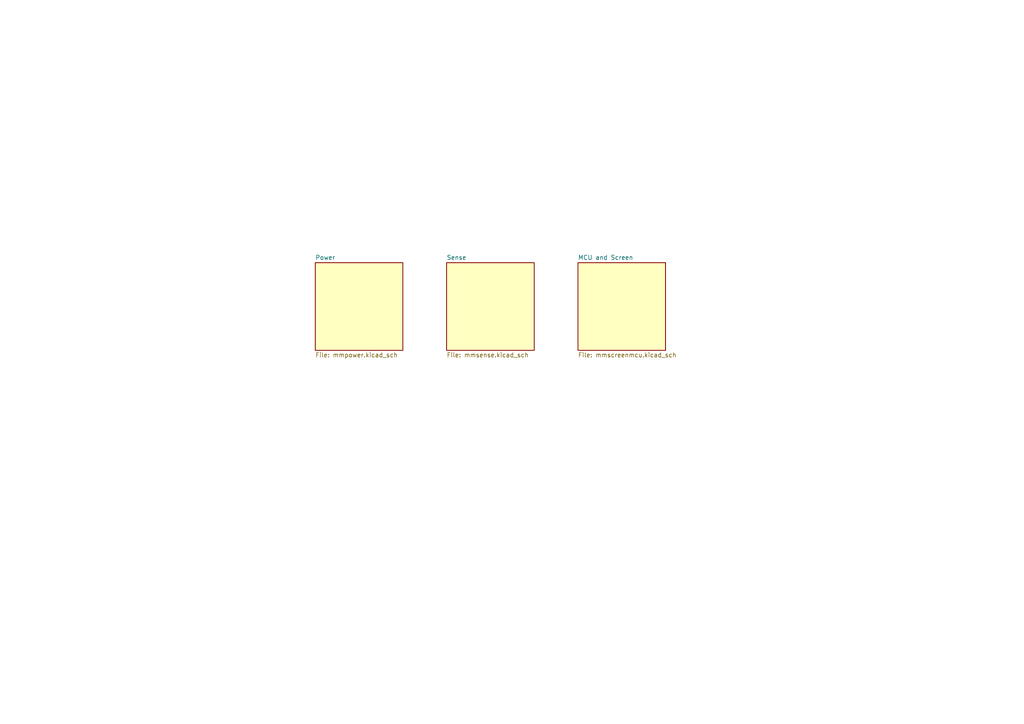
<source format=kicad_sch>
(kicad_sch
	(version 20250114)
	(generator "eeschema")
	(generator_version "9.0")
	(uuid "65ec8830-55e0-4b61-a3c1-fb55f211f4aa")
	(paper "A4")
	(title_block
		(title "Multimeter Business Card")
		(date "2025-01-20")
		(company "Matthew Embaye")
	)
	(lib_symbols)
	(sheet
		(at 167.64 76.2)
		(size 25.4 25.4)
		(exclude_from_sim no)
		(in_bom yes)
		(on_board yes)
		(dnp no)
		(fields_autoplaced yes)
		(stroke
			(width 0.254)
			(type solid)
			(color 132 0 0 1)
		)
		(fill
			(color 255 255 194 1.0000)
		)
		(uuid "185ef075-a3dd-4229-bca0-021a6526a41e")
		(property "Sheetname" "MCU and Screen"
			(at 167.64 75.4376 0)
			(effects
				(font
					(size 1.27 1.27)
				)
				(justify left bottom)
			)
		)
		(property "Sheetfile" "mmscreenmcu.kicad_sch"
			(at 167.64 102.2354 0)
			(effects
				(font
					(size 1.27 1.27)
				)
				(justify left top)
			)
		)
		(instances
			(project "multimeter"
				(path "/65ec8830-55e0-4b61-a3c1-fb55f211f4aa"
					(page "4")
				)
			)
		)
	)
	(sheet
		(at 91.44 76.2)
		(size 25.4 25.4)
		(exclude_from_sim no)
		(in_bom yes)
		(on_board yes)
		(dnp no)
		(fields_autoplaced yes)
		(stroke
			(width 0.254)
			(type solid)
			(color 132 0 0 1)
		)
		(fill
			(color 255 255 194 1.0000)
		)
		(uuid "5b43c27e-cd21-4943-a306-ba16484ea062")
		(property "Sheetname" "Power"
			(at 91.44 75.4376 0)
			(effects
				(font
					(size 1.27 1.27)
				)
				(justify left bottom)
			)
		)
		(property "Sheetfile" "mmpower.kicad_sch"
			(at 91.44 102.2354 0)
			(effects
				(font
					(size 1.27 1.27)
				)
				(justify left top)
			)
		)
		(instances
			(project "multimeter"
				(path "/65ec8830-55e0-4b61-a3c1-fb55f211f4aa"
					(page "2")
				)
			)
		)
	)
	(sheet
		(at 129.54 76.2)
		(size 25.4 25.4)
		(exclude_from_sim no)
		(in_bom yes)
		(on_board yes)
		(dnp no)
		(fields_autoplaced yes)
		(stroke
			(width 0.254)
			(type solid)
			(color 132 0 0 1)
		)
		(fill
			(color 255 255 194 1.0000)
		)
		(uuid "7de64a55-d768-4f1b-b950-c1255b716340")
		(property "Sheetname" "Sense"
			(at 129.54 75.4376 0)
			(effects
				(font
					(size 1.27 1.27)
				)
				(justify left bottom)
			)
		)
		(property "Sheetfile" "mmsense.kicad_sch"
			(at 129.54 102.2354 0)
			(effects
				(font
					(size 1.27 1.27)
				)
				(justify left top)
			)
		)
		(instances
			(project "multimeter"
				(path "/65ec8830-55e0-4b61-a3c1-fb55f211f4aa"
					(page "3")
				)
			)
		)
	)
	(sheet_instances
		(path "/"
			(page "1")
		)
	)
	(embedded_fonts no)
)

</source>
